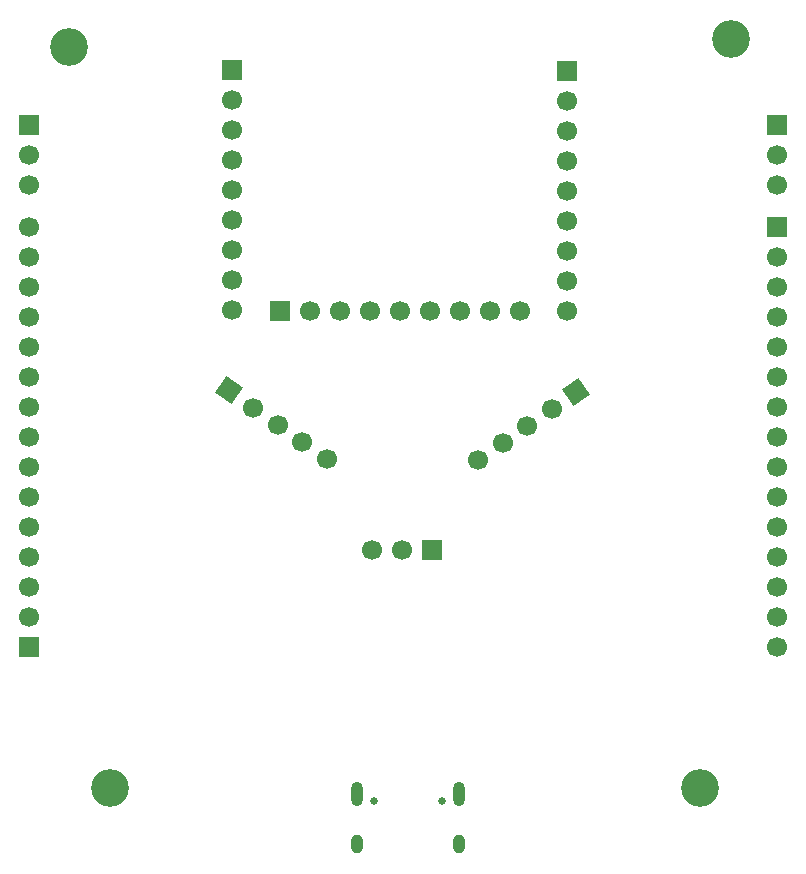
<source format=gbr>
%TF.GenerationSoftware,KiCad,Pcbnew,9.0.2*%
%TF.CreationDate,2025-08-29T22:08:23+05:30*%
%TF.ProjectId,4 SRA,34205352-412e-46b6-9963-61645f706362,rev?*%
%TF.SameCoordinates,Original*%
%TF.FileFunction,Soldermask,Bot*%
%TF.FilePolarity,Negative*%
%FSLAX46Y46*%
G04 Gerber Fmt 4.6, Leading zero omitted, Abs format (unit mm)*
G04 Created by KiCad (PCBNEW 9.0.2) date 2025-08-29 22:08:23*
%MOMM*%
%LPD*%
G01*
G04 APERTURE LIST*
G04 Aperture macros list*
%AMRotRect*
0 Rectangle, with rotation*
0 The origin of the aperture is its center*
0 $1 length*
0 $2 width*
0 $3 Rotation angle, in degrees counterclockwise*
0 Add horizontal line*
21,1,$1,$2,0,0,$3*%
G04 Aperture macros list end*
%ADD10R,1.700000X1.700000*%
%ADD11C,1.700000*%
%ADD12C,3.200000*%
%ADD13RotRect,1.700000X1.700000X55.000000*%
%ADD14RotRect,1.700000X1.700000X305.000000*%
%ADD15C,0.650000*%
%ADD16O,1.000000X2.100000*%
%ADD17O,1.000000X1.600000*%
G04 APERTURE END LIST*
D10*
%TO.C,J9*%
X135875000Y-73650000D03*
D11*
X135875000Y-76190000D03*
X135875000Y-78730000D03*
X135875000Y-81270000D03*
X135875000Y-83810000D03*
X135875000Y-86350000D03*
X135875000Y-88890000D03*
X135875000Y-91430000D03*
X135875000Y-93970000D03*
%TD*%
D10*
%TO.C,J1*%
X152820000Y-114255000D03*
D11*
X150280000Y-114255000D03*
X147740000Y-114255000D03*
%TD*%
D12*
%TO.C,H2*%
X125525000Y-134400000D03*
%TD*%
%TO.C,H2*%
X122100000Y-71675000D03*
%TD*%
D10*
%TO.C,J6*%
X118700000Y-78290000D03*
D11*
X118700000Y-80830000D03*
X118700000Y-83370000D03*
%TD*%
D10*
%TO.C,J4*%
X118700000Y-122545000D03*
D11*
X118700000Y-120005000D03*
X118700000Y-117465000D03*
X118700000Y-114925000D03*
X118700000Y-112385000D03*
X118700000Y-109845000D03*
X118700000Y-107305000D03*
X118700000Y-104765000D03*
X118700000Y-102225000D03*
X118700000Y-99685000D03*
X118700000Y-97145000D03*
X118700000Y-94605000D03*
X118700000Y-92065000D03*
X118700000Y-89525000D03*
X118700000Y-86985000D03*
%TD*%
D10*
%TO.C,J5*%
X181975000Y-86985000D03*
D11*
X181975000Y-89525000D03*
X181975000Y-92065000D03*
X181975000Y-94605000D03*
X181975000Y-97145000D03*
X181975000Y-99685000D03*
X181975000Y-102225000D03*
X181975000Y-104765000D03*
X181975000Y-107305000D03*
X181975000Y-109845000D03*
X181975000Y-112385000D03*
X181975000Y-114925000D03*
X181975000Y-117465000D03*
X181975000Y-120005000D03*
X181975000Y-122545000D03*
%TD*%
D13*
%TO.C,J7*%
X135575000Y-100775000D03*
D11*
X137655646Y-102231884D03*
X139736292Y-103688768D03*
X141816939Y-105145653D03*
X143897585Y-106602537D03*
%TD*%
D12*
%TO.C,H2*%
X178150000Y-71050000D03*
%TD*%
D14*
%TO.C,J8*%
X165022585Y-100872463D03*
D11*
X162941939Y-102329347D03*
X160861293Y-103786231D03*
X158780646Y-105243116D03*
X156700000Y-106700000D03*
%TD*%
D10*
%TO.C,J10*%
X164250000Y-73775000D03*
D11*
X164250000Y-76315000D03*
X164250000Y-78855000D03*
X164250000Y-81395000D03*
X164250000Y-83935000D03*
X164250000Y-86475000D03*
X164250000Y-89015000D03*
X164250000Y-91555000D03*
X164250000Y-94095000D03*
%TD*%
D15*
%TO.C,J2*%
X147860000Y-135510000D03*
X153640000Y-135510000D03*
D16*
X146430000Y-134980000D03*
D17*
X146430000Y-139160000D03*
D16*
X155070000Y-134980000D03*
D17*
X155070000Y-139160000D03*
%TD*%
D10*
%TO.C,J11*%
X181970000Y-78270000D03*
D11*
X181970000Y-80810000D03*
X181970000Y-83350000D03*
%TD*%
D10*
%TO.C,J3*%
X139902500Y-94075000D03*
D11*
X142442500Y-94075000D03*
X144982500Y-94075000D03*
X147522500Y-94075000D03*
X150062500Y-94075000D03*
X152602500Y-94075000D03*
X155142500Y-94075000D03*
X157682500Y-94075000D03*
X160222500Y-94075000D03*
%TD*%
D12*
%TO.C,H1*%
X175525000Y-134425000D03*
%TD*%
M02*

</source>
